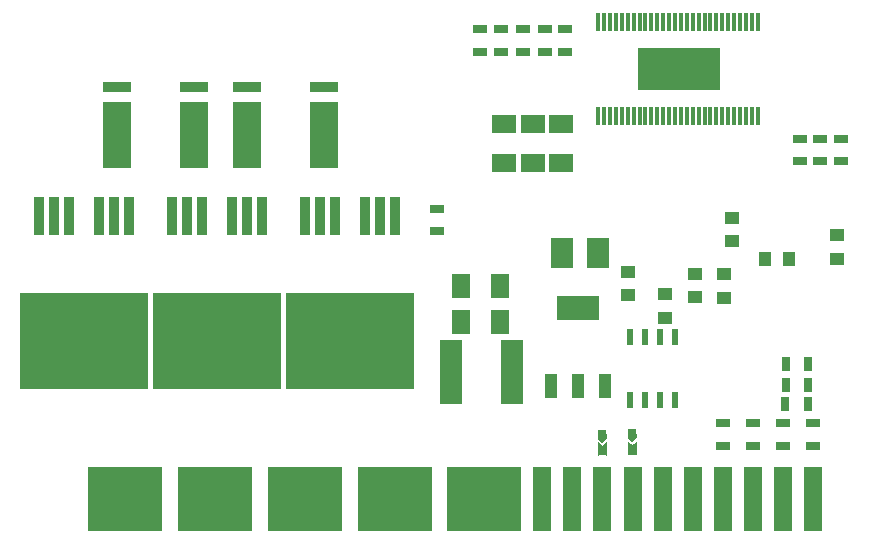
<source format=gbs>
G04 #@! TF.FileFunction,Soldermask,Bot*
%FSLAX46Y46*%
G04 Gerber Fmt 4.6, Leading zero omitted, Abs format (unit mm)*
G04 Created by KiCad (PCBNEW 4.0.4-stable) date 05/10/17 13:17:29*
%MOMM*%
%LPD*%
G01*
G04 APERTURE LIST*
%ADD10C,0.150000*%
%ADD11R,1.300000X0.700000*%
%ADD12R,0.299720X1.501140*%
%ADD13R,7.000240X3.599180*%
%ADD14R,1.524000X2.032000*%
%ADD15R,1.250000X1.000000*%
%ADD16R,1.000000X1.250000*%
%ADD17R,1.950720X2.499360*%
%ADD18R,2.032000X1.524000*%
%ADD19R,1.849120X5.499100*%
%ADD20R,10.800080X8.150860*%
%ADD21R,0.899160X3.200400*%
%ADD22R,0.700000X1.300000*%
%ADD23R,2.438400X5.588000*%
%ADD24R,2.438400X0.889000*%
%ADD25R,3.657600X2.032000*%
%ADD26R,1.016000X2.032000*%
%ADD27R,0.599440X1.399540*%
%ADD28R,0.750000X0.800000*%
%ADD29R,1.650000X5.500000*%
%ADD30R,6.360000X5.500000*%
G04 APERTURE END LIST*
D10*
D11*
X109461300Y-108468200D03*
X109461300Y-106568200D03*
X111188500Y-108468200D03*
X111188500Y-106568200D03*
D12*
X118498620Y-105930700D03*
X118999000Y-105930700D03*
X119499380Y-105930700D03*
X119999760Y-105930700D03*
X120500140Y-105930700D03*
X120997980Y-105930700D03*
X121498360Y-105930700D03*
X121998740Y-105930700D03*
X122499120Y-105930700D03*
X122999500Y-105930700D03*
X123499880Y-105930700D03*
X114000280Y-105930700D03*
X114498120Y-105930700D03*
X114998500Y-105930700D03*
X119499380Y-113931700D03*
X115999260Y-105930700D03*
X116499640Y-105930700D03*
X117000020Y-105930700D03*
X117497860Y-105930700D03*
X117998240Y-105930700D03*
X121998740Y-113931700D03*
X121498360Y-113931700D03*
X120997980Y-113931700D03*
X120500140Y-113931700D03*
X119999760Y-113931700D03*
X115498880Y-105930700D03*
X118999000Y-113931700D03*
X118498620Y-113931700D03*
X117998240Y-113931700D03*
X117497860Y-113931700D03*
X117000020Y-113931700D03*
X116499640Y-113931700D03*
X115999260Y-113931700D03*
X127497840Y-113931700D03*
X127000000Y-113931700D03*
X126499620Y-113931700D03*
X125999240Y-113931700D03*
X125498860Y-113931700D03*
X124998480Y-113931700D03*
X124498100Y-113931700D03*
X124000260Y-113931700D03*
X123499880Y-113931700D03*
X122999500Y-113931700D03*
X122499120Y-113931700D03*
X115498880Y-113931700D03*
X114998500Y-113931700D03*
X114498120Y-113931700D03*
X114000280Y-113931700D03*
X124000260Y-105930700D03*
X124498100Y-105930700D03*
X124998480Y-105930700D03*
X125498860Y-105930700D03*
X125999240Y-105930700D03*
X126499620Y-105930700D03*
X127000000Y-105930700D03*
X127497840Y-105930700D03*
D13*
X120802400Y-109931200D03*
D14*
X105714800Y-128320800D03*
X102412800Y-128320800D03*
D15*
X125323600Y-122520200D03*
X125323600Y-124520200D03*
X124663200Y-129295400D03*
X124663200Y-127295400D03*
D16*
X130133600Y-125984000D03*
X128133600Y-125984000D03*
D15*
X122148600Y-129270000D03*
X122148600Y-127270000D03*
X116535200Y-127092200D03*
X116535200Y-129092200D03*
D17*
X113944400Y-125552200D03*
X110896400Y-125552200D03*
D15*
X134239000Y-124018800D03*
X134239000Y-126018800D03*
D14*
X105714800Y-131343400D03*
X102412800Y-131343400D03*
D18*
X110883700Y-114566700D03*
X110883700Y-117868700D03*
X108470700Y-114566700D03*
X108470700Y-117868700D03*
X105981500Y-114566700D03*
X105981500Y-117868700D03*
D19*
X106690160Y-135610600D03*
X101539040Y-135610600D03*
D15*
X119608600Y-130987800D03*
X119608600Y-128987800D03*
D20*
X70500000Y-133000000D03*
D21*
X66690000Y-122398040D03*
X67960000Y-122398040D03*
X69230000Y-122398040D03*
X71770000Y-122398040D03*
X73040000Y-122398040D03*
X74310000Y-122398040D03*
D20*
X81750000Y-133000000D03*
D21*
X77940000Y-122398040D03*
X79210000Y-122398040D03*
X80480000Y-122398040D03*
X83020000Y-122398040D03*
X84290000Y-122398040D03*
X85560000Y-122398040D03*
D20*
X93000000Y-133000000D03*
D21*
X89190000Y-122398040D03*
X90460000Y-122398040D03*
X91730000Y-122398040D03*
X94270000Y-122398040D03*
X95540000Y-122398040D03*
X96810000Y-122398040D03*
D11*
X100380800Y-123682800D03*
X100380800Y-121782800D03*
X132156200Y-141843800D03*
X132156200Y-139943800D03*
X124561600Y-141833600D03*
X124561600Y-139933600D03*
X127101600Y-141818400D03*
X127101600Y-139918400D03*
X129641600Y-141833600D03*
X129641600Y-139933600D03*
D22*
X129834600Y-138303000D03*
X131734600Y-138303000D03*
X129860000Y-136652000D03*
X131760000Y-136652000D03*
X129885400Y-134874000D03*
X131785400Y-134874000D03*
D11*
X134543800Y-115864600D03*
X134543800Y-117764600D03*
X132791200Y-115864600D03*
X132791200Y-117764600D03*
X103962200Y-106580900D03*
X103962200Y-108480900D03*
X131038600Y-115839200D03*
X131038600Y-117739200D03*
X105778300Y-106580900D03*
X105778300Y-108480900D03*
X107645200Y-106580900D03*
X107645200Y-108480900D03*
D23*
X79738500Y-115548000D03*
X73261500Y-115548000D03*
D24*
X79738500Y-111420500D03*
X73261500Y-111420500D03*
D23*
X90738500Y-115548000D03*
X84261500Y-115548000D03*
D24*
X90738500Y-111420500D03*
X84261500Y-111420500D03*
D25*
X112242600Y-130200400D03*
D26*
X112242600Y-136804400D03*
X109956600Y-136804400D03*
X114528600Y-136804400D03*
D27*
X116662200Y-137972800D03*
X116662200Y-132638800D03*
X117932200Y-137972800D03*
X119202200Y-137972800D03*
X120472200Y-137972800D03*
X117932200Y-132638800D03*
X119202200Y-132638800D03*
X120472200Y-132638800D03*
D28*
X114350800Y-140819400D03*
X114350800Y-142319400D03*
D10*
G36*
X114725800Y-142153200D02*
X113975800Y-142703200D01*
X113975800Y-141553200D01*
X114725800Y-142103200D01*
X114725800Y-142153200D01*
X114725800Y-142153200D01*
G37*
G36*
X113975800Y-142103200D02*
X114725800Y-141553200D01*
X114725800Y-142703200D01*
X113975800Y-142153200D01*
X113975800Y-142103200D01*
X113975800Y-142103200D01*
G37*
G36*
X114726760Y-141261400D02*
X114350760Y-141561400D01*
X114350760Y-140561400D01*
X114726760Y-140861400D01*
X114726760Y-141261400D01*
X114726760Y-141261400D01*
G37*
G36*
X113974840Y-140861400D02*
X114350840Y-140561400D01*
X114350840Y-141561400D01*
X113974840Y-141261400D01*
X113974840Y-140861400D01*
X113974840Y-140861400D01*
G37*
D28*
X116895600Y-140768600D03*
X116895600Y-142268600D03*
D10*
G36*
X117270600Y-142102400D02*
X116520600Y-142652400D01*
X116520600Y-141502400D01*
X117270600Y-142052400D01*
X117270600Y-142102400D01*
X117270600Y-142102400D01*
G37*
G36*
X116520600Y-142052400D02*
X117270600Y-141502400D01*
X117270600Y-142652400D01*
X116520600Y-142102400D01*
X116520600Y-142052400D01*
X116520600Y-142052400D01*
G37*
G36*
X117271560Y-141210600D02*
X116895560Y-141510600D01*
X116895560Y-140510600D01*
X117271560Y-140810600D01*
X117271560Y-141210600D01*
X117271560Y-141210600D01*
G37*
G36*
X116519640Y-140810600D02*
X116895640Y-140510600D01*
X116895640Y-141510600D01*
X116519640Y-141210600D01*
X116519640Y-140810600D01*
X116519640Y-140810600D01*
G37*
D29*
X111800000Y-146304000D03*
X114350000Y-146304000D03*
X109250000Y-146304000D03*
X116900000Y-146304000D03*
X119450000Y-146304000D03*
X127100000Y-146304000D03*
X129625000Y-146304000D03*
X122000000Y-146304000D03*
X124550000Y-146304000D03*
X132150000Y-146304000D03*
D30*
X104337500Y-146304000D03*
X81550000Y-146304000D03*
X89150000Y-146304000D03*
X73925000Y-146304000D03*
X96750000Y-146304000D03*
M02*

</source>
